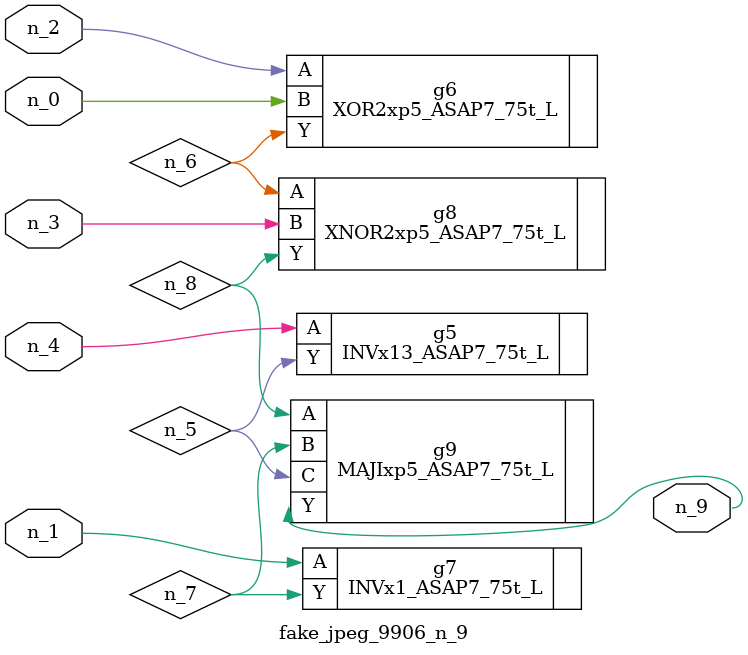
<source format=v>
module fake_jpeg_9906_n_9 (n_3, n_2, n_1, n_0, n_4, n_9);

input n_3;
input n_2;
input n_1;
input n_0;
input n_4;

output n_9;

wire n_8;
wire n_6;
wire n_5;
wire n_7;

INVx13_ASAP7_75t_L g5 ( 
.A(n_4),
.Y(n_5)
);

XOR2xp5_ASAP7_75t_L g6 ( 
.A(n_2),
.B(n_0),
.Y(n_6)
);

INVx1_ASAP7_75t_L g7 ( 
.A(n_1),
.Y(n_7)
);

XNOR2xp5_ASAP7_75t_L g8 ( 
.A(n_6),
.B(n_3),
.Y(n_8)
);

MAJIxp5_ASAP7_75t_L g9 ( 
.A(n_8),
.B(n_7),
.C(n_5),
.Y(n_9)
);


endmodule
</source>
